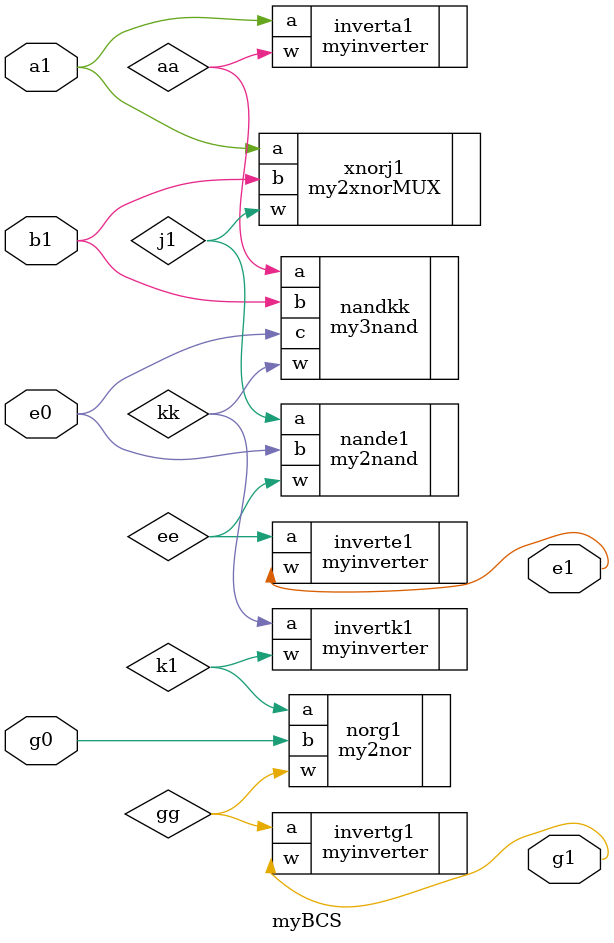
<source format=v>
 `timescale 1ns/1ns
module myBCS (input a1, b1, e0, g0, output e1, g1);
	wire j1;
	wire ee;
	wire aa;
	wire kk;
	wire k1;
	wire gg;
	my2xnorMUX xnorj1 (.a(a1), .b(b1), .w(j1));
	my2nand nande1 (.a(j1), .b(e0), .w(ee));
	myinverter inverte1(.a(ee), .w(e1));
	myinverter inverta1(.a(a1), .w(aa));
	my3nand nandkk (.a(aa), .b(b1), .c(e0), .w(kk));
	myinverter invertk1(.a(kk), .w(k1));
	my2nor norg1 (.a(k1), .b(g0), .w(gg));
	myinverter invertg1(.a(gg), .w(g1));
endmodule
</source>
